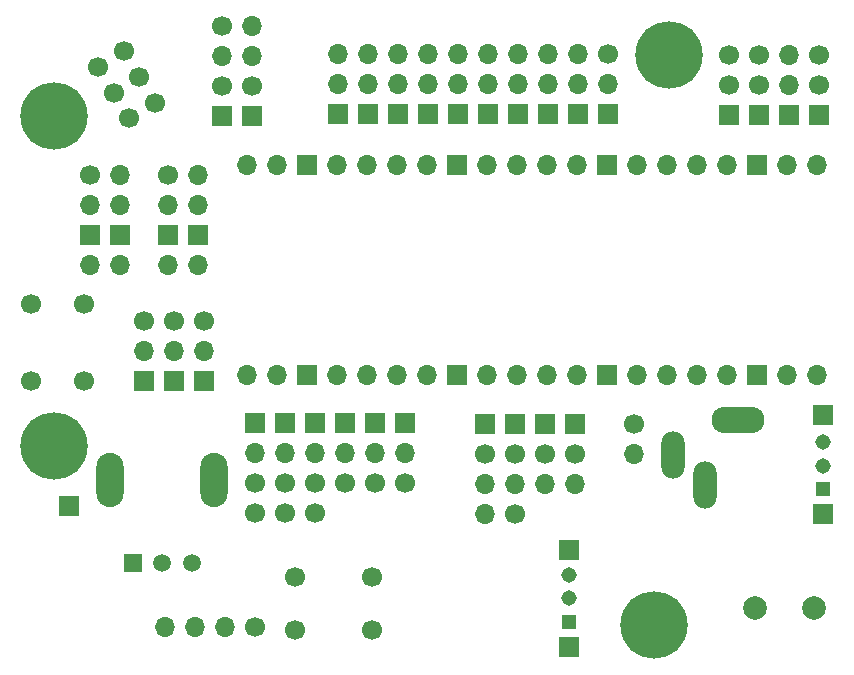
<source format=gbr>
%TF.GenerationSoftware,KiCad,Pcbnew,7.0.1-0*%
%TF.CreationDate,2023-05-05T03:57:05-04:00*%
%TF.ProjectId,rcc-pico,7263632d-7069-4636-9f2e-6b696361645f,rev?*%
%TF.SameCoordinates,Original*%
%TF.FileFunction,Soldermask,Bot*%
%TF.FilePolarity,Negative*%
%FSLAX46Y46*%
G04 Gerber Fmt 4.6, Leading zero omitted, Abs format (unit mm)*
G04 Created by KiCad (PCBNEW 7.0.1-0) date 2023-05-05 03:57:05*
%MOMM*%
%LPD*%
G01*
G04 APERTURE LIST*
G04 Aperture macros list*
%AMHorizOval*
0 Thick line with rounded ends*
0 $1 width*
0 $2 $3 position (X,Y) of the first rounded end (center of the circle)*
0 $4 $5 position (X,Y) of the second rounded end (center of the circle)*
0 Add line between two ends*
20,1,$1,$2,$3,$4,$5,0*
0 Add two circle primitives to create the rounded ends*
1,1,$1,$2,$3*
1,1,$1,$4,$5*%
G04 Aperture macros list end*
%ADD10R,1.508000X1.508000*%
%ADD11C,1.508000*%
%ADD12O,2.300000X4.600000*%
%ADD13O,2.000000X4.000000*%
%ADD14O,4.500000X2.250000*%
%ADD15C,1.700000*%
%ADD16O,1.700000X1.700000*%
%ADD17C,2.000000*%
%ADD18C,5.700000*%
%ADD19R,1.700000X1.700000*%
%ADD20R,1.308000X1.308000*%
%ADD21C,1.308000*%
%ADD22R,1.800000X1.800000*%
%ADD23HorizOval,1.700000X0.000000X0.000000X0.000000X0.000000X0*%
G04 APERTURE END LIST*
D10*
%TO.C,R11*%
X86425000Y-75775000D03*
D11*
X88925000Y-75775000D03*
X91425000Y-75775000D03*
D12*
X84525000Y-68775000D03*
X93325000Y-68775000D03*
%TD*%
D13*
%TO.C,J3*%
X134900000Y-69225000D03*
X132200000Y-66625000D03*
D14*
X137700000Y-63675000D03*
%TD*%
D15*
%TO.C,J16*%
X128875000Y-64062500D03*
D16*
X128875000Y-66602500D03*
%TD*%
D17*
%TO.C,J8*%
X139125000Y-79625000D03*
X144125000Y-79625000D03*
%TD*%
D18*
%TO.C,H4*%
X131825000Y-32800000D03*
%TD*%
D19*
%TO.C,J17*%
X96790000Y-63962500D03*
X99330000Y-63962500D03*
X101870000Y-63962500D03*
D16*
X96790000Y-66502500D03*
X99330000Y-66502500D03*
X101870000Y-66502500D03*
D15*
X96790000Y-69042500D03*
X99330000Y-69042500D03*
X101870000Y-69042500D03*
X96790000Y-71582500D03*
X99330000Y-71582500D03*
X101870000Y-71582500D03*
D19*
X104410000Y-63962500D03*
X106950000Y-63962500D03*
X109490000Y-63962500D03*
D16*
X104410000Y-66502500D03*
X106950000Y-66502500D03*
X109490000Y-66502500D03*
D15*
X104410000Y-69042500D03*
X106950000Y-69042500D03*
X109490000Y-69042500D03*
%TD*%
D19*
%TO.C,TP1*%
X81075000Y-70950000D03*
%TD*%
D15*
%TO.C,J5*%
X144550000Y-32810000D03*
D16*
X142010000Y-32810000D03*
D15*
X139470000Y-32810000D03*
X136930000Y-32810000D03*
X144550000Y-35350000D03*
D16*
X142010000Y-35350000D03*
D15*
X139470000Y-35350000D03*
X136930000Y-35350000D03*
D19*
X144550000Y-37890000D03*
X142010000Y-37890000D03*
X139470000Y-37890000D03*
X136930000Y-37890000D03*
%TD*%
D15*
%TO.C,SW1*%
X100175000Y-76950000D03*
X106675000Y-76950000D03*
X100175000Y-81450000D03*
X106675000Y-81450000D03*
%TD*%
%TO.C,SW2*%
X82320000Y-53860000D03*
X82320000Y-60360000D03*
X77820000Y-53860000D03*
X77820000Y-60360000D03*
%TD*%
%TO.C,J4*%
X118775000Y-71662500D03*
D16*
X116235000Y-71662500D03*
X118775000Y-69122500D03*
X116235000Y-69122500D03*
D15*
X118775000Y-66582500D03*
X116235000Y-66582500D03*
D19*
X118775000Y-64042500D03*
X116235000Y-64042500D03*
X121315000Y-64042500D03*
X123855000Y-64042500D03*
D15*
X121315000Y-66582500D03*
X123855000Y-66582500D03*
D16*
X121315000Y-69122500D03*
X123855000Y-69122500D03*
%TD*%
D18*
%TO.C,H3*%
X130550000Y-81075000D03*
%TD*%
D15*
%TO.C,J12*%
X89460000Y-42955000D03*
D16*
X92000000Y-42955000D03*
X89460000Y-45495000D03*
X92000000Y-45495000D03*
D19*
X89460000Y-48035000D03*
X92000000Y-48035000D03*
D16*
X89460000Y-50575000D03*
X92000000Y-50575000D03*
%TD*%
D20*
%TO.C,SW-on/off1*%
X144875000Y-69550000D03*
D21*
X144875000Y-67550000D03*
X144875000Y-65550000D03*
D22*
X144875000Y-71650000D03*
X144875000Y-63250000D03*
%TD*%
D18*
%TO.C,H2*%
X79775000Y-37950000D03*
%TD*%
%TO.C,H1*%
X79800000Y-65925000D03*
%TD*%
D15*
%TO.C,J11*%
X82820000Y-42950000D03*
D16*
X85360000Y-42950000D03*
X82820000Y-45490000D03*
X85360000Y-45490000D03*
D19*
X82820000Y-48030000D03*
X85360000Y-48030000D03*
D16*
X82820000Y-50570000D03*
X85360000Y-50570000D03*
%TD*%
D15*
%TO.C,J14*%
X88319157Y-36820651D03*
D23*
X86148832Y-38140230D03*
X86999578Y-34650326D03*
X84829253Y-35969904D03*
X85680000Y-32480000D03*
X83509674Y-33799579D03*
%TD*%
D19*
%TO.C,J13*%
X92440000Y-60420000D03*
X89900000Y-60420000D03*
X87360000Y-60420000D03*
D16*
X92440000Y-57880000D03*
X89900000Y-57880000D03*
X87360000Y-57880000D03*
D15*
X92440000Y-55340000D03*
X89900000Y-55340000D03*
X87360000Y-55340000D03*
%TD*%
%TO.C,J1*%
X96800000Y-81190000D03*
D16*
X94260000Y-81190000D03*
X91720000Y-81190000D03*
X89180000Y-81190000D03*
%TD*%
%TO.C,U3*%
X144370000Y-59880000D03*
X141830000Y-59880000D03*
D19*
X139290000Y-59880000D03*
D16*
X136750000Y-59880000D03*
X134210000Y-59880000D03*
X131670000Y-59880000D03*
X129130000Y-59880000D03*
D19*
X126590000Y-59880000D03*
D16*
X124050000Y-59880000D03*
X121510000Y-59880000D03*
X118970000Y-59880000D03*
X116430000Y-59880000D03*
D19*
X113890000Y-59880000D03*
D16*
X111350000Y-59880000D03*
X108810000Y-59880000D03*
X106270000Y-59880000D03*
X103730000Y-59880000D03*
D19*
X101190000Y-59880000D03*
D16*
X98650000Y-59880000D03*
X96110000Y-59880000D03*
X96110000Y-42100000D03*
X98650000Y-42100000D03*
D19*
X101190000Y-42100000D03*
D16*
X103730000Y-42100000D03*
X106270000Y-42100000D03*
X108810000Y-42100000D03*
X111350000Y-42100000D03*
D19*
X113890000Y-42100000D03*
D16*
X116430000Y-42100000D03*
X118970000Y-42100000D03*
X121510000Y-42100000D03*
X124050000Y-42100000D03*
D19*
X126590000Y-42100000D03*
D16*
X129130000Y-42100000D03*
X131670000Y-42100000D03*
X134210000Y-42100000D03*
X136750000Y-42100000D03*
D19*
X139290000Y-42100000D03*
D16*
X141830000Y-42100000D03*
X144370000Y-42100000D03*
%TD*%
D15*
%TO.C,J10*%
X93985000Y-30345000D03*
D16*
X96525000Y-30345000D03*
X93985000Y-32885000D03*
X96525000Y-32885000D03*
D15*
X93985000Y-35425000D03*
X96525000Y-35425000D03*
D19*
X93985000Y-37965000D03*
X96525000Y-37965000D03*
%TD*%
D15*
%TO.C,J7*%
X126720000Y-32710000D03*
D16*
X124180000Y-32710000D03*
X121640000Y-32710000D03*
X119100000Y-32710000D03*
X116560000Y-32710000D03*
X114020000Y-32710000D03*
X111480000Y-32710000D03*
X108940000Y-32710000D03*
X106400000Y-32710000D03*
X103860000Y-32710000D03*
X126720000Y-35250000D03*
X124180000Y-35250000D03*
X121640000Y-35250000D03*
X119100000Y-35250000D03*
X116560000Y-35250000D03*
X114020000Y-35250000D03*
X111480000Y-35250000D03*
X108940000Y-35250000D03*
X106400000Y-35250000D03*
X103860000Y-35250000D03*
D19*
X126710000Y-37790000D03*
X124170000Y-37790000D03*
X121630000Y-37790000D03*
X119090000Y-37790000D03*
X116550000Y-37790000D03*
X114010000Y-37790000D03*
X111470000Y-37790000D03*
X108930000Y-37790000D03*
X106390000Y-37790000D03*
X103850000Y-37790000D03*
%TD*%
D20*
%TO.C,SW-on/off2*%
X123375000Y-80800000D03*
D21*
X123375000Y-78800000D03*
X123375000Y-76800000D03*
D22*
X123375000Y-82900000D03*
X123375000Y-74700000D03*
%TD*%
M02*

</source>
